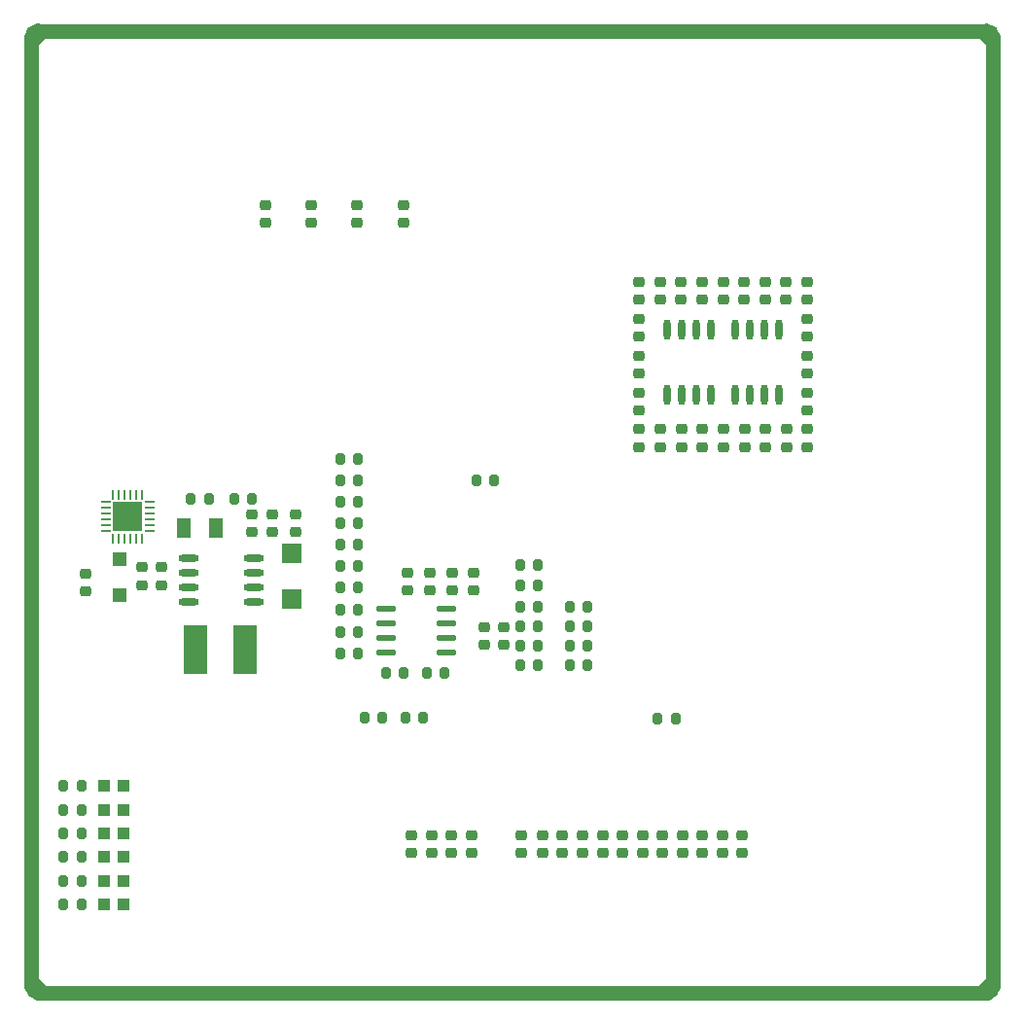
<source format=gbp>
G04*
G04 #@! TF.GenerationSoftware,Altium Limited,Altium Designer,24.1.2 (44)*
G04*
G04 Layer_Color=128*
%FSLAX44Y44*%
%MOMM*%
G71*
G04*
G04 #@! TF.SameCoordinates,AB6F2FAD-27B6-4F6E-A281-B90BD4242C19*
G04*
G04*
G04 #@! TF.FilePolarity,Positive*
G04*
G01*
G75*
%ADD23C,1.2300*%
G04:AMPARAMS|DCode=26|XSize=0.95mm|YSize=0.85mm|CornerRadius=0.2125mm|HoleSize=0mm|Usage=FLASHONLY|Rotation=180.000|XOffset=0mm|YOffset=0mm|HoleType=Round|Shape=RoundedRectangle|*
%AMROUNDEDRECTD26*
21,1,0.9500,0.4250,0,0,180.0*
21,1,0.5250,0.8500,0,0,180.0*
1,1,0.4250,-0.2625,0.2125*
1,1,0.4250,0.2625,0.2125*
1,1,0.4250,0.2625,-0.2125*
1,1,0.4250,-0.2625,-0.2125*
%
%ADD26ROUNDEDRECTD26*%
G04:AMPARAMS|DCode=27|XSize=0.95mm|YSize=0.85mm|CornerRadius=0.2125mm|HoleSize=0mm|Usage=FLASHONLY|Rotation=90.000|XOffset=0mm|YOffset=0mm|HoleType=Round|Shape=RoundedRectangle|*
%AMROUNDEDRECTD27*
21,1,0.9500,0.4250,0,0,90.0*
21,1,0.5250,0.8500,0,0,90.0*
1,1,0.4250,0.2125,0.2625*
1,1,0.4250,0.2125,-0.2625*
1,1,0.4250,-0.2125,-0.2625*
1,1,0.4250,-0.2125,0.2625*
%
%ADD27ROUNDEDRECTD27*%
%ADD37O,0.6000X1.8000*%
%ADD48R,1.8000X1.8000*%
%ADD147R,1.3000X1.1500*%
G04:AMPARAMS|DCode=148|XSize=1.64mm|YSize=0.59mm|CornerRadius=0.1475mm|HoleSize=0mm|Usage=FLASHONLY|Rotation=0.000|XOffset=0mm|YOffset=0mm|HoleType=Round|Shape=RoundedRectangle|*
%AMROUNDEDRECTD148*
21,1,1.6400,0.2950,0,0,0.0*
21,1,1.3450,0.5900,0,0,0.0*
1,1,0.2950,0.6725,-0.1475*
1,1,0.2950,-0.6725,-0.1475*
1,1,0.2950,-0.6725,0.1475*
1,1,0.2950,0.6725,0.1475*
%
%ADD148ROUNDEDRECTD148*%
%ADD149R,2.0000X4.2000*%
%ADD150O,1.8000X0.6000*%
%ADD152R,0.2746X0.8048*%
%ADD153R,0.8048X0.2746*%
%ADD154R,2.6500X2.6500*%
G04:AMPARAMS|DCode=155|XSize=1.75mm|YSize=1.25mm|CornerRadius=0.2438mm|HoleSize=0mm|Usage=FLASHONLY|Rotation=270.000|XOffset=0mm|YOffset=0mm|HoleType=Round|Shape=RoundedRectangle|*
%AMROUNDEDRECTD155*
21,1,1.7500,0.7625,0,0,270.0*
21,1,1.2625,1.2500,0,0,270.0*
1,1,0.4875,-0.3813,-0.6313*
1,1,0.4875,-0.3813,0.6313*
1,1,0.4875,0.3813,0.6313*
1,1,0.4875,0.3813,-0.6313*
%
%ADD155ROUNDEDRECTD155*%
%ADD156R,1.1000X1.0000*%
G36*
X837997Y837997D02*
X837984Y830638D01*
X837837D01*
X830440Y838035D01*
X837959D01*
X837997Y837997D01*
D02*
G37*
G36*
X19362Y837984D02*
Y837837D01*
X11965Y830440D01*
Y837959D01*
X12003Y837997D01*
X19362Y837984D01*
D02*
G37*
G36*
X102180Y421702D02*
X90930D01*
Y432952D01*
X102180D01*
Y421702D01*
D02*
G37*
G36*
X88930D02*
X77680D01*
Y432952D01*
X88930D01*
Y421702D01*
D02*
G37*
G36*
X102180Y408452D02*
X90930D01*
Y419702D01*
X102180D01*
Y408452D01*
D02*
G37*
G36*
X88930D02*
X77680D01*
Y419702D01*
X88930D01*
Y408452D01*
D02*
G37*
G36*
X838035Y12041D02*
X837997Y12003D01*
X830638Y12016D01*
Y12163D01*
X838035Y19560D01*
Y12041D01*
D02*
G37*
G36*
X19560Y11965D02*
X12041D01*
X12003Y12003D01*
X12016Y19362D01*
X12163D01*
X19560Y11965D01*
D02*
G37*
D23*
X12006Y843650D02*
G03*
X6356Y838012I0J-5650D01*
G01*
X6356Y12000D02*
G03*
X11994Y6350I5650J0D01*
G01*
X838006Y6350D02*
G03*
X843656Y11988I0J5650D01*
G01*
X843656Y838000D02*
G03*
X838024Y843650I-5650J0D01*
G01*
X6356Y155503D02*
Y415503D01*
X843656Y706779D02*
Y837975D01*
X843656Y696779D02*
X843656Y706779D01*
X843656Y426780D02*
Y696779D01*
X843656Y416780D02*
X843656Y426780D01*
X843656Y156780D02*
Y416780D01*
X843656Y146780D02*
X843656Y156780D01*
X843656Y12000D02*
Y146780D01*
X700857Y6350D02*
X837981D01*
X690857Y6350D02*
X700857Y6350D01*
X430857Y6350D02*
X690857D01*
X706321Y843650D02*
X838006D01*
X696321Y843650D02*
X706321Y843650D01*
X426322Y843650D02*
X696321D01*
X416322Y843650D02*
X426322Y843650D01*
X156323Y843650D02*
X416322D01*
X146323Y843650D02*
X156323Y843650D01*
X12024Y843650D02*
X146323D01*
X420857Y6350D02*
X430857Y6350D01*
X265000Y6350D02*
X420857D01*
X12006Y6350D02*
X140858D01*
X150858Y6350D01*
X265000D01*
X6356Y705502D02*
Y838000D01*
X6356Y695502D02*
X6356Y705502D01*
X6356Y425503D02*
Y695502D01*
X6356Y415503D02*
X6356Y425503D01*
X6356Y145503D02*
X6356Y155503D01*
X6356Y12025D02*
Y145503D01*
D26*
X451395Y143240D02*
D03*
Y127740D02*
D03*
X468756Y143240D02*
D03*
Y127740D02*
D03*
X486116Y127740D02*
D03*
Y143240D02*
D03*
X503477Y127740D02*
D03*
Y143240D02*
D03*
X520837Y127740D02*
D03*
Y143240D02*
D03*
X538197Y143240D02*
D03*
Y127740D02*
D03*
X555558Y127740D02*
D03*
Y143240D02*
D03*
X572918Y127740D02*
D03*
Y143240D02*
D03*
X590279Y143240D02*
D03*
Y127740D02*
D03*
X607639Y127740D02*
D03*
Y143240D02*
D03*
X624999Y127740D02*
D03*
Y143240D02*
D03*
X432972D02*
D03*
Y127740D02*
D03*
X210000Y691910D02*
D03*
Y676410D02*
D03*
X250000D02*
D03*
Y691910D02*
D03*
X290000Y676410D02*
D03*
Y691910D02*
D03*
X330454D02*
D03*
Y676410D02*
D03*
X53866Y355470D02*
D03*
Y370970D02*
D03*
X119444Y361106D02*
D03*
Y376606D02*
D03*
X102966Y361007D02*
D03*
Y376507D02*
D03*
X353138Y356550D02*
D03*
Y372050D02*
D03*
X391393D02*
D03*
Y356550D02*
D03*
X372266D02*
D03*
Y372050D02*
D03*
X334010D02*
D03*
Y356550D02*
D03*
X337227Y143240D02*
D03*
Y127740D02*
D03*
X354587D02*
D03*
Y143240D02*
D03*
X371947Y127740D02*
D03*
Y143240D02*
D03*
X389308Y143240D02*
D03*
Y127740D02*
D03*
X216370Y407361D02*
D03*
Y422861D02*
D03*
X236504Y422750D02*
D03*
Y407250D02*
D03*
X400549Y309101D02*
D03*
Y324601D02*
D03*
X417190Y309101D02*
D03*
Y324601D02*
D03*
X681860Y513316D02*
D03*
Y528816D02*
D03*
Y545433D02*
D03*
Y560933D02*
D03*
X681860Y593050D02*
D03*
Y577550D02*
D03*
X535544Y528816D02*
D03*
Y513316D02*
D03*
X535544Y545433D02*
D03*
Y560933D02*
D03*
Y577550D02*
D03*
Y593050D02*
D03*
X535544Y481200D02*
D03*
Y496700D02*
D03*
X553740D02*
D03*
Y481200D02*
D03*
X572060Y481200D02*
D03*
Y496700D02*
D03*
X590381Y481200D02*
D03*
Y496700D02*
D03*
X608827Y481200D02*
D03*
Y496700D02*
D03*
X627147Y481200D02*
D03*
Y496700D02*
D03*
X645343Y481200D02*
D03*
Y496700D02*
D03*
X663664Y481200D02*
D03*
Y496700D02*
D03*
X681984Y496700D02*
D03*
Y481200D02*
D03*
X535419Y625166D02*
D03*
Y609666D02*
D03*
X553833Y625166D02*
D03*
Y609666D02*
D03*
X571998Y625166D02*
D03*
Y609666D02*
D03*
X590287Y625166D02*
D03*
Y609666D02*
D03*
X608577Y625166D02*
D03*
Y609666D02*
D03*
X626866Y625166D02*
D03*
Y609666D02*
D03*
X645281Y625166D02*
D03*
Y609666D02*
D03*
X681859Y625166D02*
D03*
Y609666D02*
D03*
X663445Y609666D02*
D03*
Y625166D02*
D03*
X198611Y422861D02*
D03*
Y407361D02*
D03*
D27*
X315144Y284416D02*
D03*
X330644D02*
D03*
X350704D02*
D03*
X366204D02*
D03*
X275104Y301248D02*
D03*
X290604D02*
D03*
X290780Y320040D02*
D03*
X275280D02*
D03*
X275280Y339957D02*
D03*
X290780D02*
D03*
X198484Y436212D02*
D03*
X182984D02*
D03*
X160755Y436071D02*
D03*
X145255D02*
D03*
X290780Y358702D02*
D03*
X275280D02*
D03*
X275280Y377447D02*
D03*
X290780D02*
D03*
X275280Y396059D02*
D03*
X290780D02*
D03*
X275280Y414937D02*
D03*
X290780D02*
D03*
X275280Y433682D02*
D03*
X290780D02*
D03*
X290780Y452427D02*
D03*
X275280D02*
D03*
Y471172D02*
D03*
X290780D02*
D03*
X551517Y245146D02*
D03*
X567017D02*
D03*
X347616Y245638D02*
D03*
X332116D02*
D03*
X490719Y342366D02*
D03*
X475219D02*
D03*
X490719Y325271D02*
D03*
X475219D02*
D03*
X490719Y308177D02*
D03*
X475219D02*
D03*
X490719Y291083D02*
D03*
X475219D02*
D03*
X312056Y245638D02*
D03*
X296556D02*
D03*
X447456Y291083D02*
D03*
X431956D02*
D03*
X447456Y308177D02*
D03*
X431956D02*
D03*
X447456Y325271D02*
D03*
X431956D02*
D03*
X447456Y342366D02*
D03*
X431956D02*
D03*
X431958Y360781D02*
D03*
X447458D02*
D03*
Y378231D02*
D03*
X431958D02*
D03*
X393750Y452500D02*
D03*
X409250D02*
D03*
X34160Y82804D02*
D03*
X49660D02*
D03*
X34160Y103497D02*
D03*
X49660D02*
D03*
X34160Y124189D02*
D03*
X49660D02*
D03*
X34160Y144881D02*
D03*
X49660D02*
D03*
X34160Y186265D02*
D03*
X49660D02*
D03*
X34160Y165573D02*
D03*
X49660D02*
D03*
D37*
X597644Y527031D02*
D03*
X584944D02*
D03*
X572243D02*
D03*
X559543D02*
D03*
X597644Y583531D02*
D03*
X584944D02*
D03*
X572243D02*
D03*
X559543D02*
D03*
X657334Y527031D02*
D03*
X644633D02*
D03*
X631934D02*
D03*
X619234D02*
D03*
X657334Y583531D02*
D03*
X644633D02*
D03*
X631934D02*
D03*
X619234D02*
D03*
D48*
X232733Y388601D02*
D03*
Y348601D02*
D03*
D147*
X82816Y383720D02*
D03*
Y352720D02*
D03*
D148*
X315280Y302260D02*
D03*
Y314960D02*
D03*
Y327660D02*
D03*
Y340360D02*
D03*
X367980D02*
D03*
Y327660D02*
D03*
Y314960D02*
D03*
Y302260D02*
D03*
D149*
X192400Y304720D02*
D03*
X149000D02*
D03*
D150*
X143410Y346376D02*
D03*
Y359076D02*
D03*
Y371776D02*
D03*
Y384476D02*
D03*
X199910Y346376D02*
D03*
Y359076D02*
D03*
Y371776D02*
D03*
Y384476D02*
D03*
D152*
X77430Y439726D02*
D03*
X82430D02*
D03*
X87430D02*
D03*
X92430D02*
D03*
X97430D02*
D03*
X102430D02*
D03*
Y401678D02*
D03*
X97430D02*
D03*
X92430D02*
D03*
X87430D02*
D03*
X82430D02*
D03*
X77430D02*
D03*
D153*
X108954Y433202D02*
D03*
Y428202D02*
D03*
Y423202D02*
D03*
Y418202D02*
D03*
Y413202D02*
D03*
Y408202D02*
D03*
X70906D02*
D03*
Y413202D02*
D03*
Y418202D02*
D03*
Y423202D02*
D03*
Y428202D02*
D03*
Y433202D02*
D03*
D154*
X89930Y420702D02*
D03*
D155*
X166905Y410746D02*
D03*
X138905D02*
D03*
D156*
X69232Y165573D02*
D03*
X86232D02*
D03*
X69232Y186265D02*
D03*
X86232D02*
D03*
X69232Y144881D02*
D03*
X86232D02*
D03*
X69232Y124189D02*
D03*
X86232D02*
D03*
X69232Y103497D02*
D03*
X86232D02*
D03*
X69232Y82804D02*
D03*
X86232D02*
D03*
M02*

</source>
